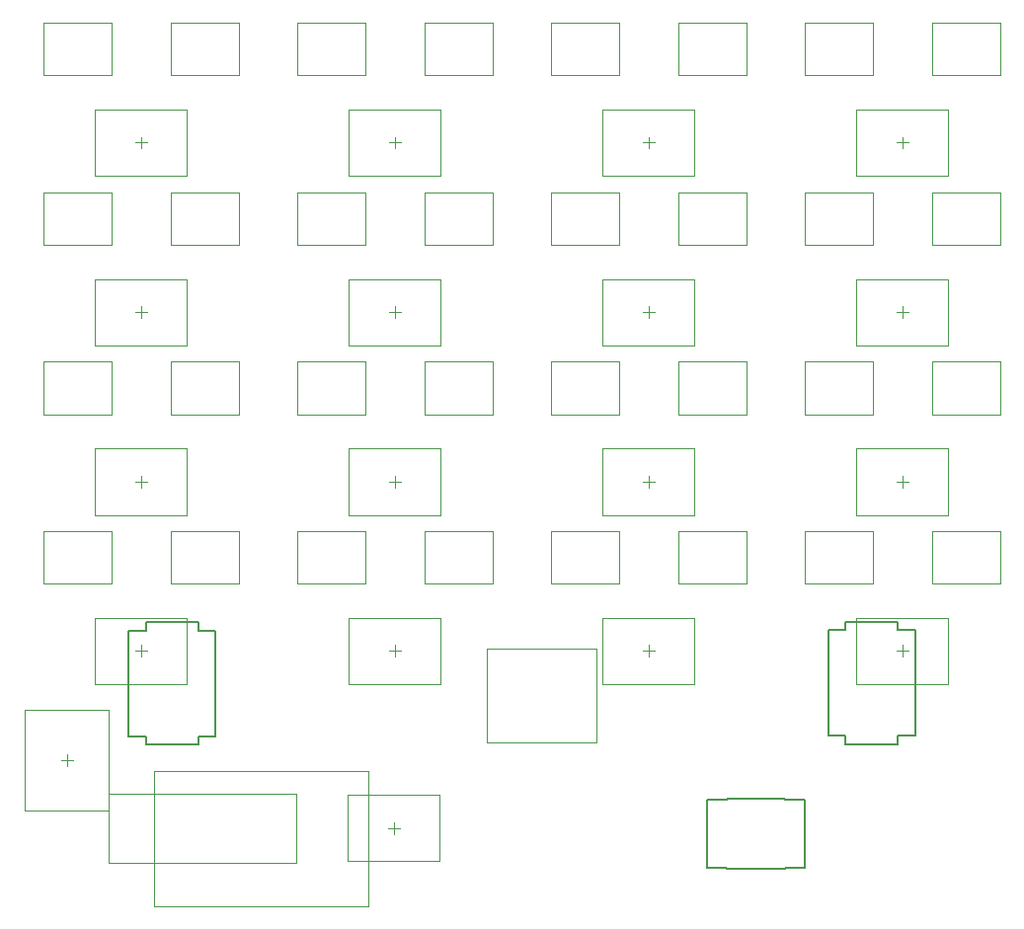
<source format=gbr>
G04*
G04 #@! TF.GenerationSoftware,Altium Limited,Altium Designer,24.1.2 (44)*
G04*
G04 Layer_Color=32768*
%FSLAX44Y44*%
%MOMM*%
G71*
G04*
G04 #@! TF.SameCoordinates,FF60899B-E9A6-4C8F-AFAD-FD19F3B54CA5*
G04*
G04*
G04 #@! TF.FilePolarity,Positive*
G04*
G01*
G75*
%ADD14C,0.1524*%
%ADD15C,0.1000*%
%ADD76C,0.0500*%
D14*
X712916Y167307D02*
Y258493D01*
X772479D02*
X787084D01*
X772479D02*
Y265351D01*
X727521D02*
X772479D01*
X727521Y258493D02*
Y265351D01*
X712916Y258493D02*
X727521D01*
X712916Y167307D02*
X727521D01*
Y160449D02*
Y167307D01*
Y160449D02*
X772479D01*
Y167307D01*
X787084D01*
Y258493D01*
X608944Y54117D02*
Y112283D01*
X625581D01*
Y113172D01*
X675619D01*
Y112283D02*
Y113172D01*
Y112283D02*
X692256D01*
Y54117D02*
Y112283D01*
X675619Y54117D02*
X692256D01*
X675619Y53228D02*
Y54117D01*
X625581Y53228D02*
X675619D01*
X625581D02*
Y54117D01*
X608944D02*
X625581D01*
X112916Y166631D02*
Y257817D01*
X127521D01*
Y264675D01*
X172479D01*
Y257817D02*
Y264675D01*
Y257817D02*
X187084D01*
X172479Y166631D02*
X187084D01*
X172479Y159773D02*
Y166631D01*
X127521Y159773D02*
X172479D01*
X127521D02*
Y166631D01*
X112916D02*
X127521D01*
X187084D02*
Y257817D01*
D15*
X771400Y240332D02*
X781400D01*
X776400Y235332D02*
Y245332D01*
X771400Y385239D02*
X781400D01*
X776400Y380239D02*
Y390239D01*
X771400Y530706D02*
X781400D01*
X776400Y525706D02*
Y535706D01*
Y671172D02*
Y681172D01*
X771400Y676172D02*
X781400D01*
X553800Y240332D02*
X563800D01*
X558800Y235332D02*
Y245332D01*
X553800Y385239D02*
X563800D01*
X558800Y380239D02*
Y390239D01*
X553800Y530706D02*
X563800D01*
X558800Y525706D02*
Y535706D01*
X553800Y676172D02*
X563800D01*
X558800Y671172D02*
Y681172D01*
X336200Y240332D02*
X346200D01*
X341200Y235332D02*
Y245332D01*
X336200Y385239D02*
X346200D01*
X341200Y380239D02*
Y390239D01*
X336200Y530706D02*
X346200D01*
X341200Y525706D02*
Y535706D01*
X336200Y676172D02*
X346200D01*
X341200Y671172D02*
Y681172D01*
X55000Y146600D02*
X65000D01*
X60000Y141600D02*
Y151600D01*
X96000Y103100D02*
Y190100D01*
X24000Y103100D02*
Y190100D01*
Y103100D02*
X96000D01*
X24000Y190100D02*
X96000D01*
X118600Y240332D02*
X128600D01*
X123600Y235332D02*
Y245332D01*
X118600Y385239D02*
X128600D01*
X123600Y380239D02*
Y390239D01*
X118600Y530706D02*
X128600D01*
X123600Y525706D02*
Y535706D01*
X118600Y676172D02*
X128600D01*
X123600Y671172D02*
Y681172D01*
X335200Y88375D02*
X345200D01*
X340200Y83375D02*
Y93375D01*
X95500Y58400D02*
Y118000D01*
Y58400D02*
X256500D01*
Y118000D01*
X95500D02*
X256500D01*
D76*
X815770Y211832D02*
Y268832D01*
X737030Y211832D02*
Y268832D01*
X815770D01*
X737030Y211832D02*
X815770D01*
Y356739D02*
Y413739D01*
X737030Y356739D02*
Y413739D01*
X815770D01*
X737030Y356739D02*
X815770D01*
Y502206D02*
Y559206D01*
X737030Y502206D02*
Y559206D01*
X815770D01*
X737030Y502206D02*
X815770D01*
X737030Y647672D02*
X815770D01*
X737030Y704672D02*
X815770D01*
X737030Y647672D02*
Y704672D01*
X815770Y647672D02*
Y704672D01*
X598170Y211832D02*
Y268832D01*
X519430Y211832D02*
Y268832D01*
X598170D01*
X519430Y211832D02*
X598170D01*
Y356739D02*
Y413739D01*
X519430Y356739D02*
Y413739D01*
X598170D01*
X519430Y356739D02*
X598170D01*
Y502206D02*
Y559206D01*
X519430Y502206D02*
Y559206D01*
X598170D01*
X519430Y502206D02*
X598170D01*
Y647672D02*
Y704672D01*
X519430Y647672D02*
Y704672D01*
X598170D01*
X519430Y647672D02*
X598170D01*
X380570Y211832D02*
Y268832D01*
X301830Y211832D02*
Y268832D01*
X380570D01*
X301830Y211832D02*
X380570D01*
Y356739D02*
Y413739D01*
X301830Y356739D02*
Y413739D01*
X380570D01*
X301830Y356739D02*
X380570D01*
Y502206D02*
Y559206D01*
X301830Y502206D02*
Y559206D01*
X380570D01*
X301830Y502206D02*
X380570D01*
Y647672D02*
Y704672D01*
X301830Y647672D02*
Y704672D01*
X380570D01*
X301830Y647672D02*
X380570D01*
X134600Y20950D02*
X318600D01*
X134600D02*
Y137050D01*
X318600Y20950D02*
Y137050D01*
X134600D02*
X318600D01*
X162970Y211832D02*
Y268832D01*
X84230Y211832D02*
Y268832D01*
X162970D01*
X84230Y211832D02*
X162970D01*
Y356739D02*
Y413739D01*
X84230Y356739D02*
Y413739D01*
X162970D01*
X84230Y356739D02*
X162970D01*
Y502206D02*
Y559206D01*
X84230Y502206D02*
Y559206D01*
X162970D01*
X84230Y502206D02*
X162970D01*
Y647672D02*
Y704672D01*
X84230Y647672D02*
Y704672D01*
X162970D01*
X84230Y647672D02*
X162970D01*
X514350Y161900D02*
Y241900D01*
X420250Y161900D02*
Y241900D01*
Y161900D02*
X514350D01*
X420250Y241900D02*
X514350D01*
X300830Y59875D02*
Y116875D01*
X379570Y59875D02*
Y116875D01*
X300830D02*
X379570D01*
X300830Y59875D02*
X379570D01*
X801679Y734176D02*
X859979D01*
X801679D02*
Y779176D01*
X859979D01*
Y734176D02*
Y779176D01*
X424779Y297776D02*
Y342776D01*
X366479D02*
X424779D01*
X366479Y297776D02*
Y342776D01*
Y297776D02*
X424779D01*
X751179D02*
Y342776D01*
X692879D02*
X751179D01*
X692879Y297776D02*
Y342776D01*
Y297776D02*
X751179D01*
X642379D02*
Y342776D01*
X584079D02*
X642379D01*
X584079Y297776D02*
Y342776D01*
Y297776D02*
X642379D01*
X424750Y443243D02*
Y488243D01*
X366450D02*
X424750D01*
X366450Y443243D02*
Y488243D01*
Y443243D02*
X424750D01*
X642350D02*
Y488243D01*
X584050D02*
X642350D01*
X584050Y443243D02*
Y488243D01*
Y443243D02*
X642350D01*
X533579Y297776D02*
Y342776D01*
X475279D02*
X533579D01*
X475279Y297776D02*
Y342776D01*
Y297776D02*
X533579D01*
X751150Y443243D02*
Y488243D01*
X692850D02*
X751150D01*
X692850Y443243D02*
Y488243D01*
Y443243D02*
X751150D01*
X533550D02*
Y488243D01*
X475250D02*
X533550D01*
X475250Y443243D02*
Y488243D01*
Y443243D02*
X533550D01*
X315950D02*
Y488243D01*
X257650D02*
X315950D01*
X257650Y443243D02*
Y488243D01*
Y443243D02*
X315950D01*
X315979Y297776D02*
Y342776D01*
X257679D02*
X315979D01*
X257679Y297776D02*
Y342776D01*
Y297776D02*
X315979D01*
X98379Y734176D02*
Y779176D01*
X40079D02*
X98379D01*
X40079Y734176D02*
Y779176D01*
Y734176D02*
X98379D01*
X207150D02*
Y779176D01*
X148850D02*
X207150D01*
X148850Y734176D02*
Y779176D01*
Y734176D02*
X207150D01*
X315950Y588710D02*
Y633710D01*
X257650D02*
X315950D01*
X257650Y588710D02*
Y633710D01*
Y588710D02*
X315950D01*
X207150D02*
Y633710D01*
X148850D02*
X207150D01*
X148850Y588710D02*
Y633710D01*
Y588710D02*
X207150D01*
X98379D02*
Y633710D01*
X40079D02*
X98379D01*
X40079Y588710D02*
Y633710D01*
Y588710D02*
X98379D01*
X315950Y734176D02*
Y779176D01*
X257650D02*
X315950D01*
X257650Y734176D02*
Y779176D01*
Y734176D02*
X315950D01*
X207179Y297776D02*
Y342776D01*
X148879D02*
X207179D01*
X148879Y297776D02*
Y342776D01*
Y297776D02*
X207179D01*
X98379D02*
Y342776D01*
X40079D02*
X98379D01*
X40079Y297776D02*
Y342776D01*
Y297776D02*
X98379D01*
X207150Y443243D02*
Y488243D01*
X148850D02*
X207150D01*
X148850Y443243D02*
Y488243D01*
Y443243D02*
X207150D01*
X98379D02*
Y488243D01*
X40079D02*
X98379D01*
X40079Y443243D02*
Y488243D01*
Y443243D02*
X98379D01*
X859979Y297776D02*
Y342776D01*
X801679D02*
X859979D01*
X801679Y297776D02*
Y342776D01*
Y297776D02*
X859979D01*
Y443243D02*
Y488243D01*
X801679D02*
X859979D01*
X801679Y443243D02*
Y488243D01*
Y443243D02*
X859979D01*
X642350Y588710D02*
Y633710D01*
X584050D02*
X642350D01*
X584050Y588710D02*
Y633710D01*
Y588710D02*
X642350D01*
X751150D02*
Y633710D01*
X692850D02*
X751150D01*
X692850Y588710D02*
Y633710D01*
Y588710D02*
X751150D01*
X859979D02*
Y633710D01*
X801679D02*
X859979D01*
X801679Y588710D02*
Y633710D01*
Y588710D02*
X859979D01*
X533550D02*
Y633710D01*
X475250D02*
X533550D01*
X475250Y588710D02*
Y633710D01*
Y588710D02*
X533550D01*
X424750D02*
Y633710D01*
X366450D02*
X424750D01*
X366450Y588710D02*
Y633710D01*
Y588710D02*
X424750D01*
X533550Y734176D02*
Y779176D01*
X475250D02*
X533550D01*
X475250Y734176D02*
Y779176D01*
Y734176D02*
X533550D01*
X751150D02*
Y779176D01*
X692850D02*
X751150D01*
X692850Y734176D02*
Y779176D01*
Y734176D02*
X751150D01*
X642350D02*
Y779176D01*
X584050D02*
X642350D01*
X584050Y734176D02*
Y779176D01*
Y734176D02*
X642350D01*
X424750D02*
Y779176D01*
X366450D02*
X424750D01*
X366450Y734176D02*
Y779176D01*
Y734176D02*
X424750D01*
M02*

</source>
